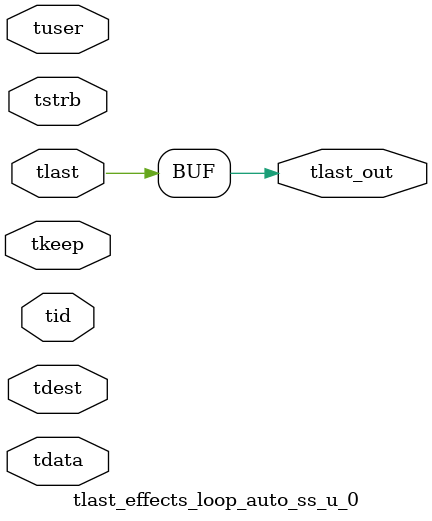
<source format=v>


`timescale 1ps/1ps

module tlast_effects_loop_auto_ss_u_0 #
(
parameter C_S_AXIS_TID_WIDTH   = 1,
parameter C_S_AXIS_TUSER_WIDTH = 0,
parameter C_S_AXIS_TDATA_WIDTH = 0,
parameter C_S_AXIS_TDEST_WIDTH = 0
)
(
input  [(C_S_AXIS_TID_WIDTH   == 0 ? 1 : C_S_AXIS_TID_WIDTH)-1:0       ] tid,
input  [(C_S_AXIS_TDATA_WIDTH == 0 ? 1 : C_S_AXIS_TDATA_WIDTH)-1:0     ] tdata,
input  [(C_S_AXIS_TUSER_WIDTH == 0 ? 1 : C_S_AXIS_TUSER_WIDTH)-1:0     ] tuser,
input  [(C_S_AXIS_TDEST_WIDTH == 0 ? 1 : C_S_AXIS_TDEST_WIDTH)-1:0     ] tdest,
input  [(C_S_AXIS_TDATA_WIDTH/8)-1:0 ] tkeep,
input  [(C_S_AXIS_TDATA_WIDTH/8)-1:0 ] tstrb,
input  [0:0]                                                             tlast,
output                                                                   tlast_out
);

assign tlast_out = {tlast};

endmodule


</source>
